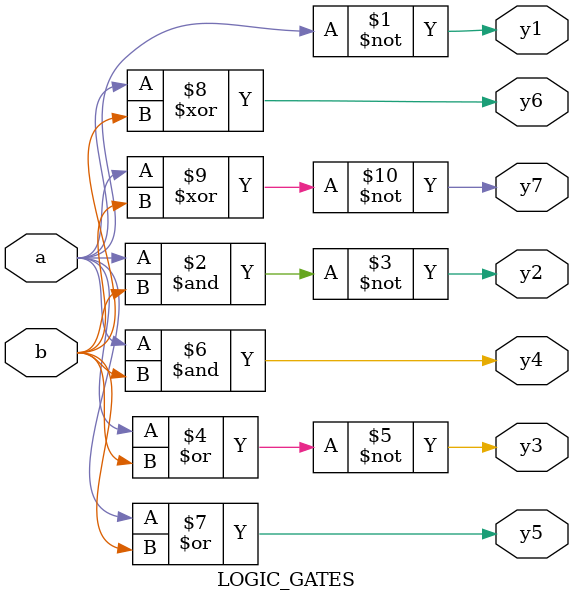
<source format=v>
`timescale 1ns / 1ps

/* ###########
All Logic gates
   ########### */

module LOGIC_GATES(
    input a,b,
    output y1,y2,y3,y4,y5,y6,y7
    );
    assign y1 = ~a;
    assign y2 = ~(a&b);
    assign y3 = ~(a|b);
    assign y4 = (a&b);
    assign y5 = (a|b);
    assign y6 = (a^b);
    assign y7 = ~(a^b);
    
endmodule

</source>
